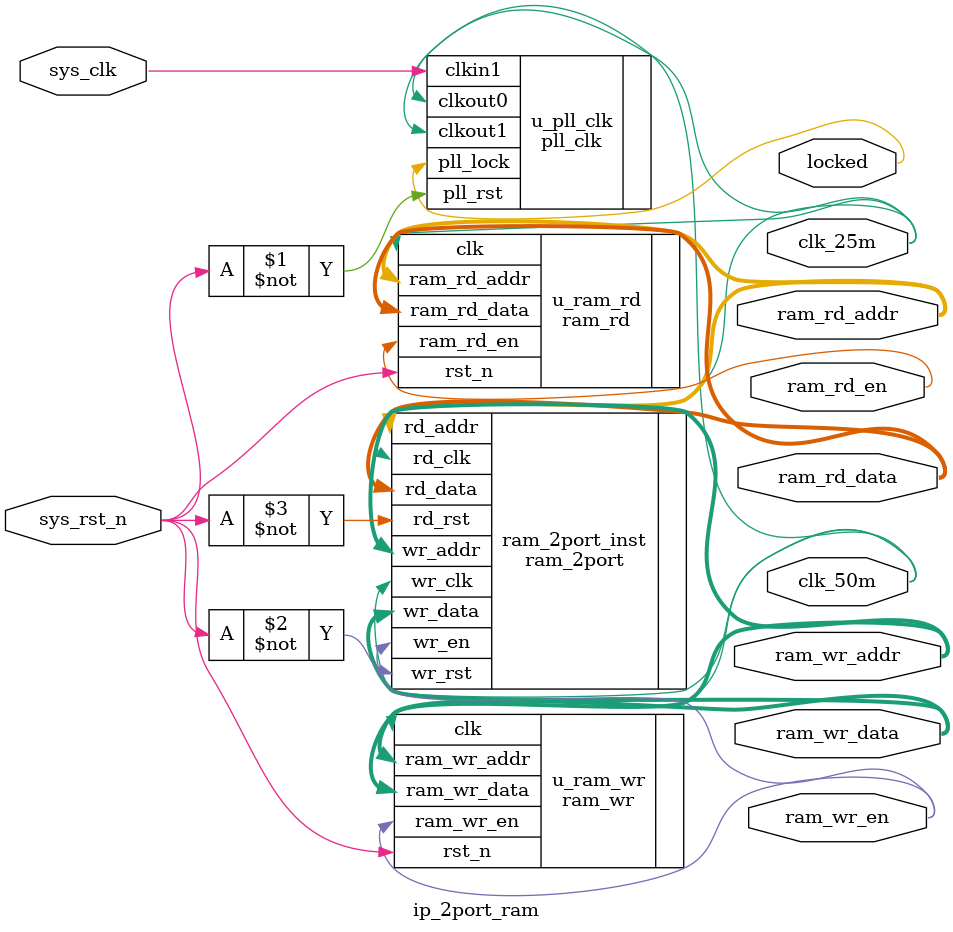
<source format=v>

module ip_2port_ram(
    input               sys_clk        ,  //系统时钟
    input               sys_rst_n      ,  //系统复位，低电平有效
    
    output              clk_50m        ,
    output              clk_25m        ,
    output              locked         ,
    output              ram_wr_en       ,
    output    [4:0]     ram_wr_addr     ,
    output    [7:0]     ram_wr_data     ,
    output              ram_rd_en       ,
    output    [4:0]     ram_rd_addr     ,
    output    [7:0]     ram_rd_data
    );
   
//*****************************************************
//**                    main code
//*****************************************************
//锁相环模块
pll_clk u_pll_clk(
    .pll_rst     (~sys_rst_n),   // input
    .clkin1      (sys_clk),      // input
    .pll_lock    (locked),       // output
    .clkout0     (clk_50m),      // output
    .clkout1     (clk_25m)       // output
    );

//RAM写模块
ram_wr u_ram_wr(
    .clk           (clk_50m),
    .rst_n         (sys_rst_n),
      
    .ram_wr_en     (ram_wr_en  ), //ram写使能 
    .ram_wr_addr   (ram_wr_addr),
    .ram_wr_data   (ram_wr_data)
    );

ram_2port ram_2port_inst (
  .wr_data    (ram_wr_data),    // input [7:0]  ram写数据
  .wr_addr    (ram_wr_addr),    // input [4:0]  ram写地址
  .wr_en      (ram_wr_en  ),    // input        
  .wr_clk     (clk_50m    ),    // input
  .wr_rst     (~sys_rst_n ),    // input
  .rd_addr    (ram_rd_addr),    // input [4:0]  ram读地址
  .rd_data    (ram_rd_data),    // output [7:0] ram读数据 
  .rd_clk     (clk_25m    ),    // input
  .rd_rst     (~sys_rst_n )     // input
);

//RAM读模块    
ram_rd u_ram_rd(
    .clk           (clk_25m),
    .rst_n         (sys_rst_n),
    .ram_rd_en     (ram_rd_en  ), //ram读使能
    .ram_rd_addr   (ram_rd_addr),
    .ram_rd_data   (ram_rd_data)
    );

endmodule

</source>
